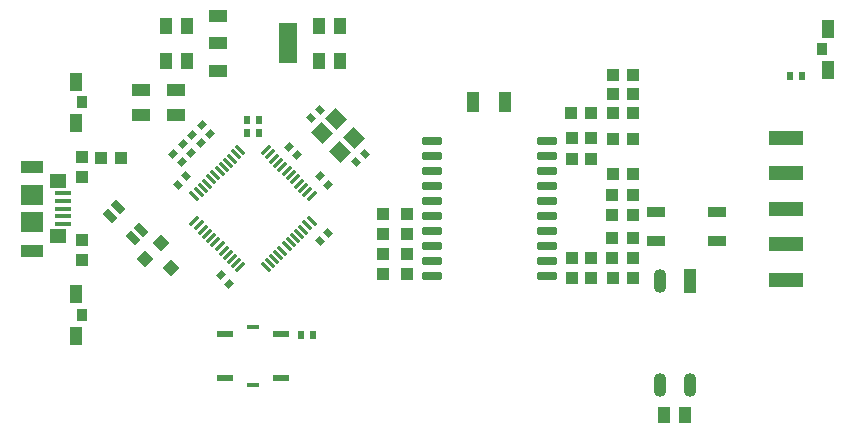
<source format=gtp>
G04 Layer_Color=8421504*
%FSLAX44Y44*%
%MOMM*%
G71*
G01*
G75*
G04:AMPARAMS|DCode=10|XSize=0.635mm|YSize=0.5mm|CornerRadius=0mm|HoleSize=0mm|Usage=FLASHONLY|Rotation=225.000|XOffset=0mm|YOffset=0mm|HoleType=Round|Shape=Rectangle|*
%AMROTATEDRECTD10*
4,1,4,0.0477,0.4013,0.4013,0.0477,-0.0477,-0.4013,-0.4013,-0.0477,0.0477,0.4013,0.0*
%
%ADD10ROTATEDRECTD10*%

G04:AMPARAMS|DCode=11|XSize=0.635mm|YSize=0.5mm|CornerRadius=0mm|HoleSize=0mm|Usage=FLASHONLY|Rotation=315.000|XOffset=0mm|YOffset=0mm|HoleType=Round|Shape=Rectangle|*
%AMROTATEDRECTD11*
4,1,4,-0.4013,0.0477,-0.0477,0.4013,0.4013,-0.0477,0.0477,-0.4013,-0.4013,0.0477,0.0*
%
%ADD11ROTATEDRECTD11*%

%ADD12R,0.5000X0.6350*%
%ADD13R,1.0000X1.1000*%
%ADD14R,1.1000X1.0000*%
%ADD15R,1.1000X1.4000*%
%ADD16P,1.4142X4X270.0*%
%ADD17R,1.5000X1.1000*%
G04:AMPARAMS|DCode=18|XSize=0.32mm|YSize=1mm|CornerRadius=0mm|HoleSize=0mm|Usage=FLASHONLY|Rotation=315.000|XOffset=0mm|YOffset=0mm|HoleType=Round|Shape=Rectangle|*
%AMROTATEDRECTD18*
4,1,4,-0.4667,-0.2404,0.2404,0.4667,0.4667,0.2404,-0.2404,-0.4667,-0.4667,-0.2404,0.0*
%
%ADD18ROTATEDRECTD18*%

G04:AMPARAMS|DCode=19|XSize=0.32mm|YSize=1mm|CornerRadius=0mm|HoleSize=0mm|Usage=FLASHONLY|Rotation=225.000|XOffset=0mm|YOffset=0mm|HoleType=Round|Shape=Rectangle|*
%AMROTATEDRECTD19*
4,1,4,-0.2404,0.4667,0.4667,-0.2404,0.2404,-0.4667,-0.4667,0.2404,-0.2404,0.4667,0.0*
%
%ADD19ROTATEDRECTD19*%

G04:AMPARAMS|DCode=20|XSize=1.65mm|YSize=0.6mm|CornerRadius=0.06mm|HoleSize=0mm|Usage=FLASHONLY|Rotation=0.000|XOffset=0mm|YOffset=0mm|HoleType=Round|Shape=RoundedRectangle|*
%AMROUNDEDRECTD20*
21,1,1.6500,0.4800,0,0,0.0*
21,1,1.5300,0.6000,0,0,0.0*
1,1,0.1200,0.7650,-0.2400*
1,1,0.1200,-0.7650,-0.2400*
1,1,0.1200,-0.7650,0.2400*
1,1,0.1200,0.7650,0.2400*
%
%ADD20ROUNDEDRECTD20*%
%ADD21R,1.9000X1.7500*%
%ADD22R,1.4000X0.4000*%
%ADD23R,1.4500X1.1500*%
%ADD24R,1.0000X0.4500*%
%ADD25R,1.4000X0.6000*%
%ADD26R,2.9200X1.2700*%
%ADD27O,1.1000X2.0000*%
%ADD28R,1.1000X2.0000*%
%ADD30R,1.5000X0.8500*%
G04:AMPARAMS|DCode=31|XSize=0.6mm|YSize=1.1mm|CornerRadius=0mm|HoleSize=0mm|Usage=FLASHONLY|Rotation=45.000|XOffset=0mm|YOffset=0mm|HoleType=Round|Shape=Rectangle|*
%AMROTATEDRECTD31*
4,1,4,0.1768,-0.6010,-0.6010,0.1768,-0.1768,0.6010,0.6010,-0.1768,0.1768,-0.6010,0.0*
%
%ADD31ROTATEDRECTD31*%

%ADD32R,1.0000X1.5000*%
%ADD33R,0.9000X1.0000*%
%ADD34R,1.1000X1.8000*%
%ADD35R,1.6000X3.5000*%
%ADD36R,1.6000X1.0000*%
G04:AMPARAMS|DCode=37|XSize=1.4mm|YSize=1.2mm|CornerRadius=0mm|HoleSize=0mm|Usage=FLASHONLY|Rotation=135.000|XOffset=0mm|YOffset=0mm|HoleType=Round|Shape=Rectangle|*
%AMROTATEDRECTD37*
4,1,4,0.9192,-0.0707,0.0707,-0.9192,-0.9192,0.0707,-0.0707,0.9192,0.9192,-0.0707,0.0*
%
%ADD37ROTATEDRECTD37*%

%ADD52R,1.9000X1.1000*%
%ADD53C,0.0100*%
D10*
X230464Y52536D02*
D03*
X237535Y45465D02*
D03*
X256465Y27536D02*
D03*
X263535Y20464D02*
D03*
X172465Y-56465D02*
D03*
X179536Y-63535D02*
D03*
X140464Y54535D02*
D03*
X147535Y47464D02*
D03*
X148464Y62536D02*
D03*
X155535Y55465D02*
D03*
X132465Y46536D02*
D03*
X139536Y39464D02*
D03*
X156465Y70535D02*
D03*
X163535Y63464D02*
D03*
D11*
X143535Y27536D02*
D03*
X136465Y20464D02*
D03*
X256465Y-27536D02*
D03*
X263535Y-20464D02*
D03*
X256535Y83535D02*
D03*
X249464Y76465D02*
D03*
X287465Y39464D02*
D03*
X294536Y46536D02*
D03*
D12*
X195000Y64000D02*
D03*
X205000D02*
D03*
Y75000D02*
D03*
X195000D02*
D03*
X251000Y-107000D02*
D03*
X241000D02*
D03*
X665000Y112000D02*
D03*
X655000D02*
D03*
D13*
X330000Y-21500D02*
D03*
Y-4500D02*
D03*
X310000Y-21500D02*
D03*
Y-4500D02*
D03*
Y-55500D02*
D03*
Y-38500D02*
D03*
X330000Y-55500D02*
D03*
Y-38500D02*
D03*
X470000Y59500D02*
D03*
Y42500D02*
D03*
X486000Y59500D02*
D03*
Y42500D02*
D03*
Y-58500D02*
D03*
Y-41500D02*
D03*
X522000Y11500D02*
D03*
Y-5500D02*
D03*
Y-41500D02*
D03*
Y-24500D02*
D03*
X470000Y-58500D02*
D03*
Y-41500D02*
D03*
X55000Y26500D02*
D03*
Y43500D02*
D03*
Y-43500D02*
D03*
Y-26500D02*
D03*
X504000Y11500D02*
D03*
Y-5500D02*
D03*
Y-41500D02*
D03*
Y-24500D02*
D03*
D14*
X521500Y29000D02*
D03*
X504500D02*
D03*
X504500Y97000D02*
D03*
X521500D02*
D03*
X521500Y-59000D02*
D03*
X504500D02*
D03*
X88500Y43000D02*
D03*
X71500D02*
D03*
X504500Y59000D02*
D03*
X521500D02*
D03*
X521500Y113000D02*
D03*
X504500D02*
D03*
X521500Y81000D02*
D03*
X504500D02*
D03*
X469500D02*
D03*
X486500D02*
D03*
D15*
X143750Y125000D02*
D03*
X126250D02*
D03*
X143750Y155000D02*
D03*
X126250D02*
D03*
X256250Y125000D02*
D03*
X273750D02*
D03*
X256250Y155000D02*
D03*
X273750D02*
D03*
X565750Y-175000D02*
D03*
X548250D02*
D03*
D16*
X130425Y-50425D02*
D03*
X108858Y-42293D02*
D03*
X122293Y-28858D02*
D03*
D17*
X105000Y79500D02*
D03*
Y100500D02*
D03*
X135000Y79500D02*
D03*
Y100500D02*
D03*
D18*
X249568Y10677D02*
D03*
X246033Y14213D02*
D03*
X242497Y17748D02*
D03*
X238962Y21284D02*
D03*
X235426Y24820D02*
D03*
X231891Y28355D02*
D03*
X228355Y31890D02*
D03*
X224820Y35426D02*
D03*
X221284Y38962D02*
D03*
X217748Y42497D02*
D03*
X214213Y46033D02*
D03*
X210677Y49568D02*
D03*
X150432Y-10677D02*
D03*
X153967Y-14213D02*
D03*
X157503Y-17748D02*
D03*
X161038Y-21284D02*
D03*
X164574Y-24820D02*
D03*
X168109Y-28355D02*
D03*
X171645Y-31890D02*
D03*
X175180Y-35426D02*
D03*
X178716Y-38962D02*
D03*
X182252Y-42497D02*
D03*
X185787Y-46033D02*
D03*
X189323Y-49568D02*
D03*
D19*
Y49568D02*
D03*
X185787Y46033D02*
D03*
X182252Y42497D02*
D03*
X178716Y38962D02*
D03*
X175180Y35426D02*
D03*
X171645Y31890D02*
D03*
X168109Y28355D02*
D03*
X164574Y24820D02*
D03*
X161038Y21284D02*
D03*
X157503Y17748D02*
D03*
X153967Y14213D02*
D03*
X150432Y10677D02*
D03*
X210677Y-49568D02*
D03*
X214213Y-46033D02*
D03*
X217748Y-42497D02*
D03*
X221284Y-38962D02*
D03*
X224820Y-35426D02*
D03*
X228355Y-31890D02*
D03*
X231891Y-28355D02*
D03*
X235426Y-24820D02*
D03*
X238962Y-21284D02*
D03*
X242497Y-17748D02*
D03*
X246033Y-14213D02*
D03*
X249568Y-10677D02*
D03*
D20*
X448750Y57150D02*
D03*
Y-57150D02*
D03*
X351250D02*
D03*
Y-44450D02*
D03*
Y19050D02*
D03*
Y31750D02*
D03*
Y44450D02*
D03*
Y57150D02*
D03*
Y-31750D02*
D03*
Y-19050D02*
D03*
Y-6350D02*
D03*
Y6350D02*
D03*
X448750D02*
D03*
Y19050D02*
D03*
Y31750D02*
D03*
Y44450D02*
D03*
Y-44450D02*
D03*
Y-31750D02*
D03*
Y-19050D02*
D03*
Y-6350D02*
D03*
D21*
X12500Y-11250D02*
D03*
Y11250D02*
D03*
D22*
X39000Y0D02*
D03*
Y6500D02*
D03*
Y13000D02*
D03*
Y-6500D02*
D03*
Y-13000D02*
D03*
D23*
X34800Y23500D02*
D03*
Y-23500D02*
D03*
D24*
X200000Y-149500D02*
D03*
Y-100500D02*
D03*
D25*
X224000Y-143500D02*
D03*
Y-106500D02*
D03*
X176000D02*
D03*
Y-143500D02*
D03*
D26*
X651000Y-60000D02*
D03*
Y-30000D02*
D03*
Y0D02*
D03*
Y60000D02*
D03*
Y30000D02*
D03*
D27*
X544300Y-149000D02*
D03*
X569700D02*
D03*
X544300Y-61000D02*
D03*
D28*
X569700D02*
D03*
D30*
X592500Y-2500D02*
D03*
X541500D02*
D03*
Y-27500D02*
D03*
X592500D02*
D03*
D31*
X85990Y1081D02*
D03*
X78918Y-5990D02*
D03*
X105082Y-18010D02*
D03*
X98010Y-25082D02*
D03*
D32*
X50000Y-107500D02*
D03*
Y-72500D02*
D03*
Y72500D02*
D03*
Y107500D02*
D03*
X687000Y152500D02*
D03*
Y117500D02*
D03*
D33*
X55500Y-90000D02*
D03*
Y90000D02*
D03*
X681500Y135000D02*
D03*
D34*
X386500Y90000D02*
D03*
X413500D02*
D03*
D35*
X230000Y140000D02*
D03*
D36*
X170000Y117000D02*
D03*
Y140000D02*
D03*
Y163000D02*
D03*
D37*
X273768Y48211D02*
D03*
X285789Y60232D02*
D03*
X258211Y63768D02*
D03*
X270232Y75789D02*
D03*
D52*
X12500Y-35500D02*
D03*
X12500Y35500D02*
D03*
D53*
X104300Y-131350D02*
D03*
X103500Y-118650D02*
D03*
X117000Y-131350D02*
D03*
Y-118650D02*
D03*
X129700Y-131350D02*
D03*
Y-118650D02*
D03*
M02*

</source>
